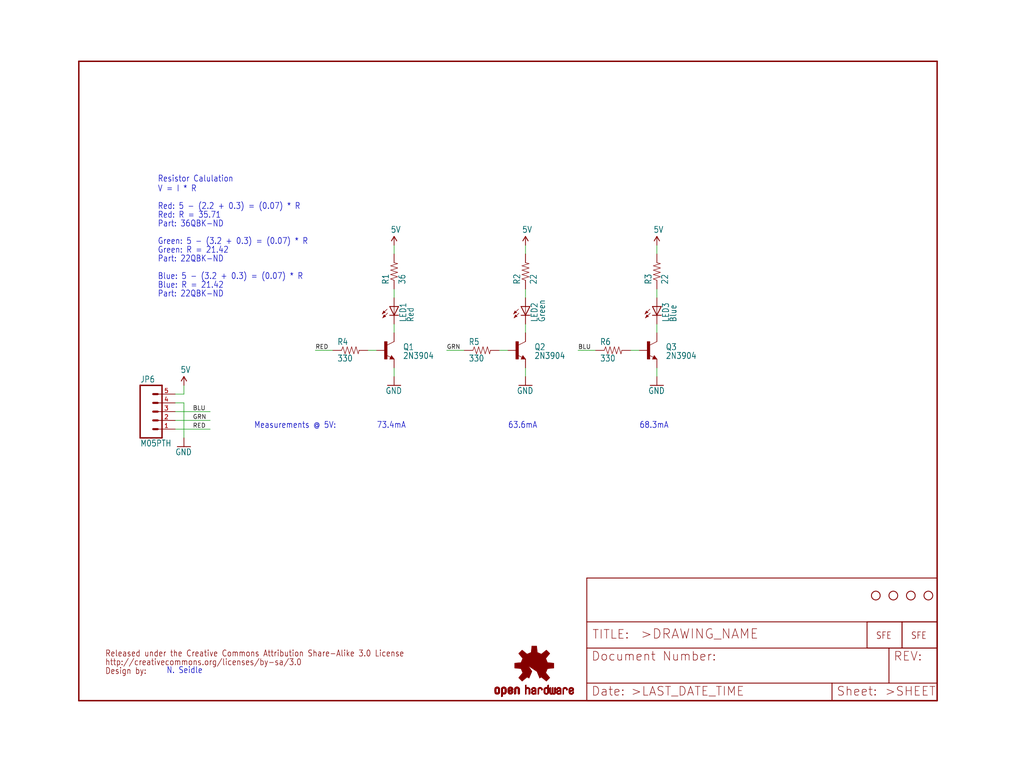
<source format=kicad_sch>
(kicad_sch (version 20211123) (generator eeschema)
  (paper "User" 297.002 223.926)
  (lib_symbols
    (symbol "eagleSchem-eagle-import:5V" (power)
      (property "Value" "5V" (at -1.016 3.556 0))
      (symbol "5V_1_0"
        (pin power_in line (at 0 0 90) (length 2.54) (name "5V") (number "1"))
      )
    )
    (symbol "eagleSchem-eagle-import:CREATIVE_COMMONS"
      (symbol "CREATIVE_COMMONS_1_0"
        (text "Design by:" (at 0 0 0) (effects (font (size 1.778 1.5113)) (justify left bottom)))
        (text "http://creativecommons.org/licenses/by-sa/3.0" (at 0 2.54 0) (effects (font (size 1.778 1.5113)) (justify left bottom)))
        (text "Released under the Creative Commons Attribution Share-Alike 3.0 License" (at 0 5.08 0) (effects (font (size 1.778 1.5113)) (justify left bottom)))
      )
    )
    (symbol "eagleSchem-eagle-import:FRAME-LETTER"
      (symbol "FRAME-LETTER_2_0"
        (text ">DRAWING_NAME" (at 15.494 17.78 0) (effects (font (size 2.7432 2.7432)) (justify left bottom)))
        (text ">LAST_DATE_TIME" (at 12.7 1.27 0) (effects (font (size 2.54 2.54)) (justify left bottom)))
        (text ">SHEET" (at 86.36 1.27 0) (effects (font (size 2.54 2.54)) (justify left bottom)))
        (text "Date:" (at 1.27 1.27 0) (effects (font (size 2.54 2.54)) (justify left bottom)))
        (text "Document Number:" (at 1.27 11.43 0) (effects (font (size 2.54 2.54)) (justify left bottom)))
        (text "REV:" (at 88.9 11.43 0) (effects (font (size 2.54 2.54)) (justify left bottom)))
        (text "Sheet:" (at 72.39 1.27 0) (effects (font (size 2.54 2.54)) (justify left bottom)))
        (text "TITLE:" (at 1.524 17.78 0) (effects (font (size 2.54 2.54)) (justify left bottom)))
      )
    )
    (symbol "eagleSchem-eagle-import:GND" (power)
      (property "Value" "GND" (at -2.54 -2.54 0))
      (symbol "GND_1_0"
        (pin power_in line (at 0 2.54 270) (length 2.54) (name "GND") (number "1"))
      )
    )
    (symbol "eagleSchem-eagle-import:LED10MM"
      (property "Reference" "LED" (at 3.556 -4.572 90))
      (property "Value" "LED10MM" (at 5.715 -4.572 90))
      (symbol "LED10MM_1_0"
        (pin passive line (at 0 2.54 270) (length 2.54) (name "A") (number "A"))
        (pin passive line (at 0 -5.08 90) (length 2.54) (name "C") (number "C"))
      )
    )
    (symbol "eagleSchem-eagle-import:LOGO-SFESK"
      (symbol "LOGO-SFESK_1_0"
        (text "SFE" (at 0 0 0) (effects (font (size 1.9304 1.6408)) (justify left bottom)))
      )
    )
    (symbol "eagleSchem-eagle-import:M05PTH"
      (property "Reference" "JP" (at -2.54 8.382 0))
      (property "Value" "M05PTH" (at -2.54 -10.16 0))
      (symbol "M05PTH_1_0"
        (pin passive line (at 7.62 -5.08 180) (length 5.08) (name "1") (number "1"))
        (pin passive line (at 7.62 -2.54 180) (length 5.08) (name "2") (number "2"))
        (pin passive line (at 7.62 0 180) (length 5.08) (name "3") (number "3"))
        (pin passive line (at 7.62 2.54 180) (length 5.08) (name "4") (number "4"))
        (pin passive line (at 7.62 5.08 180) (length 5.08) (name "5") (number "5"))
      )
    )
    (symbol "eagleSchem-eagle-import:OSHW-LOGOS")
    (symbol "eagleSchem-eagle-import:RESISTORAXIAL-0.3"
      (property "Reference" "R" (at -3.81 1.4986 0))
      (property "Value" "RESISTORAXIAL-0.3" (at -3.81 -3.302 0))
      (symbol "RESISTORAXIAL-0.3_1_0"
        (pin passive line (at -5.08 0 0) (length 2.54) (name "1") (number "P$1"))
        (pin passive line (at 5.08 0 180) (length 2.54) (name "2") (number "P$2"))
      )
    )
    (symbol "eagleSchem-eagle-import:RESISTORPTH-1{slash}4W"
      (property "Reference" "R" (at -3.81 1.4986 0))
      (property "Value" "RESISTORPTH-1{slash}4W" (at -3.81 -3.302 0))
      (symbol "RESISTORPTH-1{slash}4W_1_0"
        (pin passive line (at -5.08 0 0) (length 2.54) (name "1") (number "P$1"))
        (pin passive line (at 5.08 0 180) (length 2.54) (name "2") (number "P$2"))
      )
    )
    (symbol "eagleSchem-eagle-import:STAND-OFF")
    (symbol "eagleSchem-eagle-import:TRANSISTOR_NPNTO92"
      (property "Reference" "Q" (at 5.08 0 0))
      (property "Value" "TRANSISTOR_NPNTO92" (at 5.08 -2.54 0))
      (symbol "TRANSISTOR_NPNTO92_1_0"
        (pin passive line (at 2.54 -5.08 90) (length 2.54) (name "E") (number "1"))
        (pin passive line (at -2.54 0 0) (length 2.54) (name "B") (number "2"))
        (pin passive line (at 2.54 5.08 270) (length 2.54) (name "C") (number "3"))
      )
    )
  )
  (wire (pts (xy 190.5 93.98) (xy 190.5 96.52)))
  (wire (pts (xy 190.5 83.82) (xy 190.5 86.36)))
  (wire (pts (xy 152.4 106.68) (xy 152.4 109.22)))
  (wire (pts (xy 190.5 106.68) (xy 190.5 109.22)))
  (wire (pts (xy 50.8 116.84) (xy 53.34 116.84)))
  (wire (pts (xy 152.4 83.82) (xy 152.4 86.36)))
  (wire (pts (xy 50.8 114.3) (xy 53.34 114.3)))
  (wire (pts (xy 114.3 93.98) (xy 114.3 96.52)))
  (wire (pts (xy 50.8 121.92) (xy 60.96 121.92)))
  (wire (pts (xy 114.3 83.82) (xy 114.3 86.36)))
  (wire (pts (xy 190.5 73.66) (xy 190.5 71.12)))
  (wire (pts (xy 114.3 73.66) (xy 114.3 71.12)))
  (wire (pts (xy 134.62 101.6) (xy 129.54 101.6)))
  (wire (pts (xy 53.34 114.3) (xy 53.34 111.76)))
  (wire (pts (xy 50.8 119.38) (xy 60.96 119.38)))
  (wire (pts (xy 144.78 101.6) (xy 147.32 101.6)))
  (wire (pts (xy 172.72 101.6) (xy 167.64 101.6)))
  (wire (pts (xy 106.68 101.6) (xy 109.22 101.6)))
  (wire (pts (xy 152.4 93.98) (xy 152.4 96.52)))
  (wire (pts (xy 50.8 124.46) (xy 60.96 124.46)))
  (wire (pts (xy 96.52 101.6) (xy 91.44 101.6)))
  (wire (pts (xy 53.34 116.84) (xy 53.34 127)))
  (wire (pts (xy 114.3 106.68) (xy 114.3 109.22)))
  (wire (pts (xy 182.88 101.6) (xy 185.42 101.6)))
  (wire (pts (xy 152.4 73.66) (xy 152.4 71.12)))
  (text "N. Seidle" (at 48.26 195.58 180) (effects (font (size 1.778 1.5113)) (justify left bottom)))
  (text "Resistor Calulation\nV = I * R" (at 45.72 55.88 180) (effects (font (size 1.778 1.5113)) (justify left bottom)))
  (text "Blue: R = 21.42" (at 45.72 83.82 180) (effects (font (size 1.778 1.5113)) (justify left bottom)))
  (text "Green: 5 - (3.2 + 0.3) = (0.07) * R" (at 45.72 71.12 180) (effects (font (size 1.778 1.5113)) (justify left bottom)))
  (text "73.4mA" (at 109.22 124.46 180) (effects (font (size 1.778 1.5113)) (justify left bottom)))
  (text "Part: 36QBK-ND" (at 45.72 66.04 180) (effects (font (size 1.778 1.5113)) (justify left bottom)))
  (text "Blue: 5 - (3.2 + 0.3) = (0.07) * R" (at 45.72 81.28 180) (effects (font (size 1.778 1.5113)) (justify left bottom)))
  (text "Measurements @ 5V:" (at 73.66 124.46 180) (effects (font (size 1.778 1.5113)) (justify left bottom)))
  (text "63.6mA" (at 147.32 124.46 180) (effects (font (size 1.778 1.5113)) (justify left bottom)))
  (text "68.3mA" (at 185.42 124.46 180) (effects (font (size 1.778 1.5113)) (justify left bottom)))
  (text "Part: 22QBK-ND" (at 45.72 86.36 180) (effects (font (size 1.778 1.5113)) (justify left bottom)))
  (text "Red: 5 - (2.2 + 0.3) = (0.07) * R" (at 45.72 60.96 180) (effects (font (size 1.778 1.5113)) (justify left bottom)))
  (text "Part: 22QBK-ND" (at 45.72 76.2 180) (effects (font (size 1.778 1.5113)) (justify left bottom)))
  (text "Green: R = 21.42" (at 45.72 73.66 180) (effects (font (size 1.778 1.5113)) (justify left bottom)))
  (text "Red: R = 35.71" (at 45.72 63.5 180) (effects (font (size 1.778 1.5113)) (justify left bottom)))
  (label "GRN" (at 129.54 101.6 0) (effects (font (size 1.2446 1.2446))))
  (label "BLU" (at 167.64 101.6 0) (effects (font (size 1.2446 1.2446))))
  (label "RED" (at 55.88 124.46 0) (effects (font (size 1.2446 1.2446))))
  (label "GRN" (at 55.88 121.92 0) (effects (font (size 1.2446 1.2446))))
  (label "BLU" (at 55.88 119.38 0) (effects (font (size 1.2446 1.2446))))
  (label "RED" (at 91.44 101.6 0) (effects (font (size 1.2446 1.2446))))
  (symbol (lib_id "eagleSchem-eagle-import:LED10MM") (at 190.5 88.9 0) (unit 1)
    (property "Reference" "LED3" (at 194.056 93.472 90) (effects (font (size 1.778 1.5113)) (justify left bottom)))
    (property "Value" "Blue" (at 196.215 93.472 90) (effects (font (size 1.778 1.5113)) (justify left bottom)))
    (property "Footprint" "eagleSchem:LED10MM" (effects hide))
  )
  (symbol (lib_id "eagleSchem-eagle-import:TRANSISTOR_NPNTO92") (at 187.96 101.6 0) (unit 1)
    (property "Reference" "Q3" (at 193.04 101.6 0) (effects (font (size 1.778 1.5113)) (justify left bottom)))
    (property "Value" "2N3904" (at 193.04 104.14 0) (effects (font (size 1.778 1.5113)) (justify left bottom)))
    (property "Footprint" "eagleSchem:TO-92" (effects hide))
  )
  (symbol (lib_id "eagleSchem-eagle-import:GND") (at 152.4 111.76 0) (unit 1)
    (property "Reference" "#GND2" (effects hide))
    (property "Value" "GND" (at 149.86 114.3 0) (effects (font (size 1.778 1.5113)) (justify left bottom)))
    (property "Footprint" "eagleSchem:" (effects hide))
  )
  (symbol (lib_id "eagleSchem-eagle-import:5V") (at 190.5 71.12 0) (unit 1)
    (property "Reference" "#U$4" (effects hide))
    (property "Value" "5V" (at 189.484 67.564 0) (effects (font (size 1.778 1.5113)) (justify left bottom)))
    (property "Footprint" "eagleSchem:" (effects hide))
  )
  (symbol (lib_id "eagleSchem-eagle-import:FRAME-LETTER") (at 22.86 203.2 0) (unit 1)
    (property "Reference" "#FRAME1" (effects hide))
    (property "Value" "FRAME-LETTER" (effects hide))
    (property "Footprint" "eagleSchem:" (effects hide))
  )
  (symbol (lib_id "eagleSchem-eagle-import:GND") (at 114.3 111.76 0) (unit 1)
    (property "Reference" "#GND1" (effects hide))
    (property "Value" "GND" (at 111.76 114.3 0) (effects (font (size 1.778 1.5113)) (justify left bottom)))
    (property "Footprint" "eagleSchem:" (effects hide))
  )
  (symbol (lib_id "eagleSchem-eagle-import:CREATIVE_COMMONS") (at 30.48 195.58 0) (unit 1)
    (property "Reference" "U$1" (effects hide))
    (property "Value" "CREATIVE_COMMONS" (effects hide))
    (property "Footprint" "eagleSchem:CREATIVE_COMMONS" (effects hide))
  )
  (symbol (lib_id "eagleSchem-eagle-import:5V") (at 114.3 71.12 0) (unit 1)
    (property "Reference" "#U$2" (effects hide))
    (property "Value" "5V" (at 113.284 67.564 0) (effects (font (size 1.778 1.5113)) (justify left bottom)))
    (property "Footprint" "eagleSchem:" (effects hide))
  )
  (symbol (lib_id "eagleSchem-eagle-import:RESISTORPTH-1{slash}4W") (at 190.5 78.74 90) (unit 1)
    (property "Reference" "R3" (at 189.0014 82.55 0) (effects (font (size 1.778 1.5113)) (justify left bottom)))
    (property "Value" "22" (at 193.802 82.55 0) (effects (font (size 1.778 1.5113)) (justify left bottom)))
    (property "Footprint" "eagleSchem:AXIAL-0.4" (effects hide))
  )
  (symbol (lib_id "eagleSchem-eagle-import:STAND-OFF") (at 269.24 172.72 0) (unit 1)
    (property "Reference" "JP4" (effects hide))
    (property "Value" "STAND-OFF" (effects hide))
    (property "Footprint" "eagleSchem:STAND-OFF" (effects hide))
  )
  (symbol (lib_id "eagleSchem-eagle-import:LOGO-SFESK") (at 254 185.42 0) (unit 1)
    (property "Reference" "JP7" (effects hide))
    (property "Value" "LOGO-SFESK" (effects hide))
    (property "Footprint" "eagleSchem:SFE-LOGO-FLAME" (effects hide))
  )
  (symbol (lib_id "eagleSchem-eagle-import:RESISTORAXIAL-0.3") (at 177.8 101.6 0) (unit 1)
    (property "Reference" "R6" (at 173.99 100.1014 0) (effects (font (size 1.778 1.5113)) (justify left bottom)))
    (property "Value" "330" (at 173.99 104.902 0) (effects (font (size 1.778 1.5113)) (justify left bottom)))
    (property "Footprint" "eagleSchem:AXIAL-0.3" (effects hide))
  )
  (symbol (lib_id "eagleSchem-eagle-import:TRANSISTOR_NPNTO92") (at 111.76 101.6 0) (unit 1)
    (property "Reference" "Q1" (at 116.84 101.6 0) (effects (font (size 1.778 1.5113)) (justify left bottom)))
    (property "Value" "2N3904" (at 116.84 104.14 0) (effects (font (size 1.778 1.5113)) (justify left bottom)))
    (property "Footprint" "eagleSchem:TO-92" (effects hide))
  )
  (symbol (lib_id "eagleSchem-eagle-import:LED10MM") (at 114.3 88.9 0) (unit 1)
    (property "Reference" "LED1" (at 117.856 93.472 90) (effects (font (size 1.778 1.5113)) (justify left bottom)))
    (property "Value" "Red" (at 120.015 93.472 90) (effects (font (size 1.778 1.5113)) (justify left bottom)))
    (property "Footprint" "eagleSchem:LED10MM" (effects hide))
  )
  (symbol (lib_id "eagleSchem-eagle-import:RESISTORAXIAL-0.3") (at 139.7 101.6 0) (unit 1)
    (property "Reference" "R5" (at 135.89 100.1014 0) (effects (font (size 1.778 1.5113)) (justify left bottom)))
    (property "Value" "330" (at 135.89 104.902 0) (effects (font (size 1.778 1.5113)) (justify left bottom)))
    (property "Footprint" "eagleSchem:AXIAL-0.3" (effects hide))
  )
  (symbol (lib_id "eagleSchem-eagle-import:5V") (at 152.4 71.12 0) (unit 1)
    (property "Reference" "#U$3" (effects hide))
    (property "Value" "5V" (at 151.384 67.564 0) (effects (font (size 1.778 1.5113)) (justify left bottom)))
    (property "Footprint" "eagleSchem:" (effects hide))
  )
  (symbol (lib_id "eagleSchem-eagle-import:RESISTORAXIAL-0.3") (at 101.6 101.6 0) (unit 1)
    (property "Reference" "R4" (at 97.79 100.1014 0) (effects (font (size 1.778 1.5113)) (justify left bottom)))
    (property "Value" "330" (at 97.79 104.902 0) (effects (font (size 1.778 1.5113)) (justify left bottom)))
    (property "Footprint" "eagleSchem:AXIAL-0.3" (effects hide))
  )
  (symbol (lib_id "eagleSchem-eagle-import:TRANSISTOR_NPNTO92") (at 149.86 101.6 0) (unit 1)
    (property "Reference" "Q2" (at 154.94 101.6 0) (effects (font (size 1.778 1.5113)) (justify left bottom)))
    (property "Value" "2N3904" (at 154.94 104.14 0) (effects (font (size 1.778 1.5113)) (justify left bottom)))
    (property "Footprint" "eagleSchem:TO-92" (effects hide))
  )
  (symbol (lib_id "eagleSchem-eagle-import:5V") (at 53.34 111.76 0) (unit 1)
    (property "Reference" "#U$5" (effects hide))
    (property "Value" "5V" (at 52.324 108.204 0) (effects (font (size 1.778 1.5113)) (justify left bottom)))
    (property "Footprint" "eagleSchem:" (effects hide))
  )
  (symbol (lib_id "eagleSchem-eagle-import:STAND-OFF") (at 259.08 172.72 0) (unit 1)
    (property "Reference" "JP2" (effects hide))
    (property "Value" "STAND-OFF" (effects hide))
    (property "Footprint" "eagleSchem:STAND-OFF" (effects hide))
  )
  (symbol (lib_id "eagleSchem-eagle-import:LED10MM") (at 152.4 88.9 0) (unit 1)
    (property "Reference" "LED2" (at 155.956 93.472 90) (effects (font (size 1.778 1.5113)) (justify left bottom)))
    (property "Value" "Green" (at 158.115 93.472 90) (effects (font (size 1.778 1.5113)) (justify left bottom)))
    (property "Footprint" "eagleSchem:LED10MM" (effects hide))
  )
  (symbol (lib_id "eagleSchem-eagle-import:LOGO-SFESK") (at 264.16 185.42 0) (unit 1)
    (property "Reference" "JP5" (effects hide))
    (property "Value" "LOGO-SFESK" (effects hide))
    (property "Footprint" "eagleSchem:SFE-LOGO-FLAME" (effects hide))
  )
  (symbol (lib_id "eagleSchem-eagle-import:FRAME-LETTER") (at 170.18 203.2 0) (unit 2)
    (property "Reference" "#FRAME1" (effects hide))
    (property "Value" "FRAME-LETTER" (effects hide))
    (property "Footprint" "eagleSchem:" (effects hide))
  )
  (symbol (lib_id "eagleSchem-eagle-import:M05PTH") (at 43.18 119.38 0) (unit 1)
    (property "Reference" "JP6" (at 40.64 110.998 0) (effects (font (size 1.778 1.5113)) (justify left bottom)))
    (property "Value" "M05PTH" (at 40.64 129.54 0) (effects (font (size 1.778 1.5113)) (justify left bottom)))
    (property "Footprint" "eagleSchem:1X05" (effects hide))
  )
  (symbol (lib_id "eagleSchem-eagle-import:RESISTORPTH-1{slash}4W") (at 114.3 78.74 90) (unit 1)
    (property "Reference" "R1" (at 112.8014 82.55 0) (effects (font (size 1.778 1.5113)) (justify left bottom)))
    (property "Value" "36" (at 117.602 82.55 0) (effects (font (size 1.778 1.5113)) (justify left bottom)))
    (property "Footprint" "eagleSchem:AXIAL-0.4" (effects hide))
  )
  (symbol (lib_id "eagleSchem-eagle-import:GND") (at 53.34 129.54 0) (unit 1)
    (property "Reference" "#GND4" (effects hide))
    (property "Value" "GND" (at 50.8 132.08 0) (effects (font (size 1.778 1.5113)) (justify left bottom)))
    (property "Footprint" "eagleSchem:" (effects hide))
  )
  (symbol (lib_id "eagleSchem-eagle-import:RESISTORPTH-1{slash}4W") (at 152.4 78.74 90) (unit 1)
    (property "Reference" "R2" (at 150.9014 82.55 0) (effects (font (size 1.778 1.5113)) (justify left bottom)))
    (property "Value" "22" (at 155.702 82.55 0) (effects (font (size 1.778 1.5113)) (justify left bottom)))
    (property "Footprint" "eagleSchem:AXIAL-0.4" (effects hide))
  )
  (symbol (lib_id "eagleSchem-eagle-import:GND") (at 190.5 111.76 0) (unit 1)
    (property "Reference" "#GND3" (effects hide))
    (property "Value" "GND" (at 187.96 114.3 0) (effects (font (size 1.778 1.5113)) (justify left bottom)))
    (property "Footprint" "eagleSchem:" (effects hide))
  )
  (symbol (lib_id "eagleSchem-eagle-import:STAND-OFF") (at 264.16 172.72 0) (unit 1)
    (property "Reference" "JP3" (effects hide))
    (property "Value" "STAND-OFF" (effects hide))
    (property "Footprint" "eagleSchem:STAND-OFF" (effects hide))
  )
  (symbol (lib_id "eagleSchem-eagle-import:STAND-OFF") (at 254 172.72 0) (unit 1)
    (property "Reference" "JP1" (effects hide))
    (property "Value" "STAND-OFF" (effects hide))
    (property "Footprint" "eagleSchem:STAND-OFF" (effects hide))
  )
  (symbol (lib_id "eagleSchem-eagle-import:OSHW-LOGOS") (at 154.94 193.04 0) (unit 1)
    (property "Reference" "U$6" (effects hide))
    (property "Value" "OSHW-LOGOS" (effects hide))
    (property "Footprint" "eagleSchem:OSHW-LOGO-S" (effects hide))
  )
)
</source>
